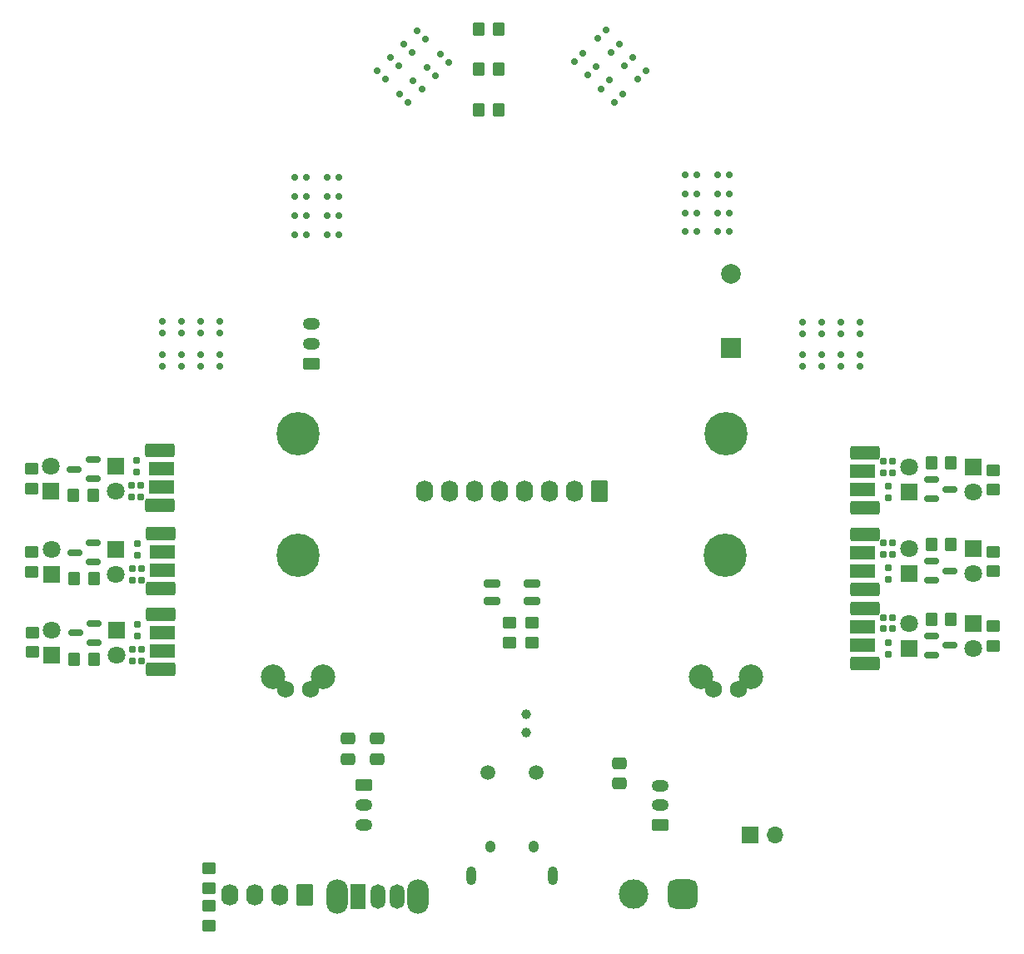
<source format=gbr>
%TF.GenerationSoftware,KiCad,Pcbnew,9.0.5*%
%TF.CreationDate,2025-10-14T23:48:04-03:00*%
%TF.ProjectId,RvMeg_V2,52764d65-675f-4563-922e-6b696361645f,V2.0*%
%TF.SameCoordinates,Original*%
%TF.FileFunction,Soldermask,Bot*%
%TF.FilePolarity,Negative*%
%FSLAX46Y46*%
G04 Gerber Fmt 4.6, Leading zero omitted, Abs format (unit mm)*
G04 Created by KiCad (PCBNEW 9.0.5) date 2025-10-14 23:48:04*
%MOMM*%
%LPD*%
G01*
G04 APERTURE LIST*
G04 Aperture macros list*
%AMRoundRect*
0 Rectangle with rounded corners*
0 $1 Rounding radius*
0 $2 $3 $4 $5 $6 $7 $8 $9 X,Y pos of 4 corners*
0 Add a 4 corners polygon primitive as box body*
4,1,4,$2,$3,$4,$5,$6,$7,$8,$9,$2,$3,0*
0 Add four circle primitives for the rounded corners*
1,1,$1+$1,$2,$3*
1,1,$1+$1,$4,$5*
1,1,$1+$1,$6,$7*
1,1,$1+$1,$8,$9*
0 Add four rect primitives between the rounded corners*
20,1,$1+$1,$2,$3,$4,$5,0*
20,1,$1+$1,$4,$5,$6,$7,0*
20,1,$1+$1,$6,$7,$8,$9,0*
20,1,$1+$1,$8,$9,$2,$3,0*%
G04 Aperture macros list end*
%ADD10RoundRect,0.250000X-0.450000X0.350000X-0.450000X-0.350000X0.450000X-0.350000X0.450000X0.350000X0*%
%ADD11RoundRect,0.250000X-0.350000X-0.450000X0.350000X-0.450000X0.350000X0.450000X-0.350000X0.450000X0*%
%ADD12RoundRect,0.155000X0.155000X-0.212500X0.155000X0.212500X-0.155000X0.212500X-0.155000X-0.212500X0*%
%ADD13RoundRect,0.160000X0.160000X-0.197500X0.160000X0.197500X-0.160000X0.197500X-0.160000X-0.197500X0*%
%ADD14RoundRect,0.150000X-0.587500X-0.150000X0.587500X-0.150000X0.587500X0.150000X-0.587500X0.150000X0*%
%ADD15C,0.500000*%
%ADD16RoundRect,0.233333X-1.266667X-0.466667X1.266667X-0.466667X1.266667X0.466667X-1.266667X0.466667X0*%
%ADD17RoundRect,0.233333X-1.066667X-0.466667X1.066667X-0.466667X1.066667X0.466667X-1.066667X0.466667X0*%
%ADD18R,1.800000X1.800000*%
%ADD19C,1.800000*%
%ADD20C,0.700000*%
%ADD21C,4.400000*%
%ADD22R,1.700000X1.700000*%
%ADD23O,1.700000X1.700000*%
%ADD24C,2.500000*%
%ADD25C,1.750000*%
%ADD26RoundRect,0.250000X0.625000X-0.350000X0.625000X0.350000X-0.625000X0.350000X-0.625000X-0.350000X0*%
%ADD27O,1.750000X1.200000*%
%ADD28RoundRect,0.750000X0.750000X0.750000X-0.750000X0.750000X-0.750000X-0.750000X0.750000X-0.750000X0*%
%ADD29C,3.000000*%
%ADD30RoundRect,0.233333X1.266667X0.466667X-1.266667X0.466667X-1.266667X-0.466667X1.266667X-0.466667X0*%
%ADD31RoundRect,0.233333X1.066667X0.466667X-1.066667X0.466667X-1.066667X-0.466667X1.066667X-0.466667X0*%
%ADD32R,2.000000X2.000000*%
%ADD33C,2.000000*%
%ADD34RoundRect,0.250000X0.620000X0.845000X-0.620000X0.845000X-0.620000X-0.845000X0.620000X-0.845000X0*%
%ADD35O,1.740000X2.190000*%
%ADD36O,1.000000X1.900000*%
%ADD37O,1.050000X1.250000*%
%ADD38RoundRect,0.250000X-0.625000X0.350000X-0.625000X-0.350000X0.625000X-0.350000X0.625000X0.350000X0*%
%ADD39C,1.500000*%
%ADD40C,1.000000*%
%ADD41RoundRect,0.155000X-0.155000X0.212500X-0.155000X-0.212500X0.155000X-0.212500X0.155000X0.212500X0*%
%ADD42RoundRect,0.250000X0.350000X0.450000X-0.350000X0.450000X-0.350000X-0.450000X0.350000X-0.450000X0*%
%ADD43RoundRect,0.250000X0.450000X-0.350000X0.450000X0.350000X-0.450000X0.350000X-0.450000X-0.350000X0*%
%ADD44RoundRect,0.160000X-0.160000X0.197500X-0.160000X-0.197500X0.160000X-0.197500X0.160000X0.197500X0*%
%ADD45RoundRect,0.250000X0.475000X-0.337500X0.475000X0.337500X-0.475000X0.337500X-0.475000X-0.337500X0*%
%ADD46RoundRect,0.150000X0.587500X0.150000X-0.587500X0.150000X-0.587500X-0.150000X0.587500X-0.150000X0*%
%ADD47RoundRect,0.197500X-0.632500X0.197500X-0.632500X-0.197500X0.632500X-0.197500X0.632500X0.197500X0*%
%ADD48O,2.200000X3.500000*%
%ADD49R,1.500000X2.500000*%
%ADD50O,1.500000X2.500000*%
G04 APERTURE END LIST*
D10*
%TO.C,R11*%
X117550000Y-139700000D03*
X117550000Y-141700000D03*
%TD*%
%TO.C,R2*%
X117550000Y-135900000D03*
X117550000Y-137900000D03*
%TD*%
D11*
%TO.C,RS10*%
X191049998Y-110574999D03*
X193049998Y-110574999D03*
%TD*%
D12*
%TO.C,CS8*%
X186175000Y-111542500D03*
X186175000Y-110407500D03*
%TD*%
D13*
%TO.C,RS12*%
X186650000Y-114122500D03*
X186650000Y-112927500D03*
%TD*%
D14*
%TO.C,MOSFET-N4*%
X191062500Y-114175000D03*
X191062500Y-112275000D03*
X192937501Y-113225000D03*
%TD*%
D10*
%TO.C,RS8*%
X197325000Y-111283438D03*
X197325000Y-113283438D03*
%TD*%
D12*
%TO.C,CS7*%
X187100000Y-111542499D03*
X187100000Y-110407499D03*
%TD*%
D15*
%TO.C,CONN_SEN_FRONT_I1*%
X185180000Y-109180000D03*
X183380000Y-109180000D03*
D16*
X184280000Y-109516000D03*
D15*
X185180000Y-109880000D03*
X183380001Y-109880000D03*
X183180000Y-111025332D03*
X184980000Y-111025333D03*
D17*
X184080000Y-111379000D03*
D15*
X184980000Y-111725332D03*
X183180000Y-111725332D03*
X184980000Y-112916999D03*
X183180000Y-112916999D03*
D17*
X184080000Y-113242000D03*
D15*
X184980000Y-113616999D03*
X183180000Y-113616999D03*
X185180000Y-114755000D03*
X183380000Y-114755000D03*
D16*
X184280000Y-115105000D03*
D15*
X185180000Y-115455000D03*
X183380000Y-115455000D03*
%TD*%
D18*
%TO.C,Q6*%
X188774999Y-113514999D03*
D19*
X188774999Y-110974999D03*
%TD*%
D18*
%TO.C,LED_IR4*%
X195319741Y-111008439D03*
D19*
X195319741Y-113548439D03*
%TD*%
D18*
%TO.C,LED_IR4*%
X195294741Y-103408439D03*
D19*
X195294741Y-105948439D03*
%TD*%
D20*
%TO.C,H2*%
X125000000Y-104075000D03*
X125483274Y-102908274D03*
X125483274Y-105241726D03*
X126650000Y-102425000D03*
D21*
X126650000Y-104075000D03*
D20*
X126650000Y-105725000D03*
X127816726Y-102908274D03*
X127816726Y-105241726D03*
X128300000Y-104075000D03*
%TD*%
D18*
%TO.C,Q6*%
X108150000Y-111675000D03*
D19*
X108150000Y-114215000D03*
%TD*%
D18*
%TO.C,LED_IR4*%
X101585180Y-105986482D03*
D19*
X101585180Y-103446482D03*
%TD*%
D22*
%TO.C,JP1*%
X172625000Y-132475000D03*
D23*
X175165000Y-132475000D03*
%TD*%
D18*
%TO.C,Q6*%
X188749999Y-105914999D03*
D19*
X188749999Y-103374999D03*
%TD*%
D20*
%TO.C,H4*%
X168450000Y-104075000D03*
X168933274Y-102908274D03*
X168933274Y-105241726D03*
X170100000Y-102425000D03*
D21*
X170100000Y-104075000D03*
D20*
X170100000Y-105725000D03*
X171266726Y-102908274D03*
X171266726Y-105241726D03*
X171750000Y-104075000D03*
%TD*%
D24*
%TO.C,J15*%
X129190000Y-116450000D03*
D25*
X127920000Y-117720000D03*
X125380000Y-117720000D03*
D24*
X124110000Y-116450000D03*
%TD*%
D26*
%TO.C,J11*%
X163500000Y-131475000D03*
D27*
X163500000Y-129475000D03*
X163500000Y-127475000D03*
%TD*%
D28*
%TO.C,J14*%
X165725000Y-138525000D03*
D29*
X160725000Y-138525000D03*
%TD*%
D20*
%TO.C,H3*%
X168475000Y-91675000D03*
X168958274Y-90508274D03*
X168958274Y-92841726D03*
X170125000Y-90025000D03*
D21*
X170125000Y-91675000D03*
D20*
X170125000Y-93325000D03*
X171291726Y-90508274D03*
X171291726Y-92841726D03*
X171775000Y-91675000D03*
%TD*%
D24*
%TO.C,J16*%
X172690000Y-116450000D03*
D25*
X171420000Y-117720000D03*
X168880000Y-117720000D03*
D24*
X167610000Y-116450000D03*
%TD*%
D15*
%TO.C,CONN_SEN_FRONT_I1*%
X111650000Y-99345333D03*
X113450000Y-99345333D03*
D30*
X112550000Y-99009333D03*
D15*
X111650000Y-98645333D03*
X113449999Y-98645333D03*
X113650000Y-97500001D03*
X111850000Y-97500000D03*
D31*
X112750000Y-97146333D03*
D15*
X111850000Y-96800001D03*
X113650000Y-96800001D03*
X111850000Y-95608334D03*
X113650000Y-95608334D03*
D31*
X112750000Y-95283333D03*
D15*
X111850000Y-94908334D03*
X113650000Y-94908334D03*
X111650000Y-93770333D03*
X113450000Y-93770333D03*
D30*
X112550000Y-93420333D03*
D15*
X111650000Y-93070333D03*
X113450000Y-93070333D03*
%TD*%
D32*
%TO.C,BZ1*%
X170700000Y-83000000D03*
D33*
X170700000Y-75400000D03*
%TD*%
D20*
%TO.C,J4*%
X127490000Y-65624996D03*
X126289999Y-65624998D03*
X130810000Y-65624999D03*
X129609999Y-65625000D03*
X126289999Y-67558328D03*
X127490000Y-67558330D03*
X130810000Y-67558331D03*
X129609999Y-67558331D03*
X127490000Y-69491663D03*
X126289999Y-69491663D03*
X130810000Y-69491664D03*
X129609998Y-69491664D03*
X129609999Y-71424998D03*
X127489999Y-71424998D03*
X126289998Y-71424998D03*
X130809999Y-71424999D03*
%TD*%
D34*
%TO.C,J12*%
X157290000Y-97496773D03*
D35*
X154750000Y-97496773D03*
X152210000Y-97496773D03*
X149670000Y-97496773D03*
X147130000Y-97496773D03*
X144590000Y-97496773D03*
X142050000Y-97496773D03*
X139510000Y-97496773D03*
%TD*%
D20*
%TO.C,J9*%
X169284999Y-71150003D03*
X170485000Y-71150001D03*
X165964999Y-71150000D03*
X167165000Y-71149999D03*
X170485000Y-69216671D03*
X169284999Y-69216669D03*
X165964999Y-69216668D03*
X167165000Y-69216668D03*
X169284999Y-67283336D03*
X170485000Y-67283336D03*
X165964999Y-67283335D03*
X167165001Y-67283335D03*
X167165000Y-65350001D03*
X169285000Y-65350001D03*
X170485001Y-65350001D03*
X165965000Y-65350000D03*
%TD*%
D18*
%TO.C,Q6*%
X108129922Y-103479922D03*
D19*
X108129922Y-106019922D03*
%TD*%
D18*
%TO.C,Q6*%
X188770077Y-97620077D03*
D19*
X188770077Y-95080077D03*
%TD*%
D36*
%TO.C,J1*%
X144220000Y-136675000D03*
D37*
X146170000Y-133675000D03*
X150620000Y-133675000D03*
D36*
X152570000Y-136675000D03*
%TD*%
D20*
%TO.C,J6*%
X139595013Y-51555920D03*
X138746483Y-50707393D03*
X141942606Y-53903517D03*
X141094076Y-53054989D03*
X137379412Y-52074464D03*
X138227940Y-52922994D03*
X140575534Y-55270589D03*
X139727005Y-54422060D03*
X136860867Y-54290067D03*
X136012338Y-53441538D03*
X139208461Y-56637662D03*
X138359931Y-55789132D03*
X136992858Y-57156207D03*
X135493792Y-55657140D03*
X134645263Y-54808612D03*
X137841386Y-58004736D03*
%TD*%
D38*
%TO.C,J10*%
X133300000Y-127450000D03*
D27*
X133300000Y-129450000D03*
X133300000Y-131450000D03*
%TD*%
D18*
%TO.C,LED_IR4*%
X101605258Y-114181560D03*
D19*
X101605258Y-111641560D03*
%TD*%
D20*
%TO.C,H1*%
X124975000Y-91700000D03*
X125458274Y-90533274D03*
X125458274Y-92866726D03*
X126625000Y-90050000D03*
D21*
X126625000Y-91700000D03*
D20*
X126625000Y-93350000D03*
X127791726Y-90533274D03*
X127791726Y-92866726D03*
X128275000Y-91700000D03*
%TD*%
D18*
%TO.C,Q6*%
X108055001Y-95010334D03*
D19*
X108055001Y-97550334D03*
%TD*%
D20*
%TO.C,J8*%
X183750003Y-81515002D03*
X183750001Y-80315001D03*
X183750000Y-84835002D03*
X183749999Y-83635001D03*
X181816671Y-80315001D03*
X181816669Y-81515002D03*
X181816668Y-84835002D03*
X181816668Y-83635001D03*
X179883336Y-81515002D03*
X179883336Y-80315001D03*
X179883335Y-84835002D03*
X179883335Y-83635000D03*
X177950001Y-83635001D03*
X177950001Y-81515001D03*
X177950001Y-80315000D03*
X177950000Y-84835001D03*
%TD*%
D26*
%TO.C,J13*%
X127999998Y-84549998D03*
D27*
X127999998Y-82549998D03*
X127999998Y-80549998D03*
%TD*%
D15*
%TO.C,CONN_SEN_FRONT_I1*%
X185155000Y-101580000D03*
X183355000Y-101580000D03*
D16*
X184255000Y-101916000D03*
D15*
X185155000Y-102280000D03*
X183355001Y-102280000D03*
X183155000Y-103425332D03*
X184955000Y-103425333D03*
D17*
X184055000Y-103779000D03*
D15*
X184955000Y-104125332D03*
X183155000Y-104125332D03*
X184955000Y-105316999D03*
X183155000Y-105316999D03*
D17*
X184055000Y-105642000D03*
D15*
X184955000Y-106016999D03*
X183155000Y-106016999D03*
X185155000Y-107155000D03*
X183355000Y-107155000D03*
D16*
X184255000Y-107505000D03*
D15*
X185155000Y-107855000D03*
X183355000Y-107855000D03*
%TD*%
%TO.C,CONN_SEN_FRONT_I1*%
X111724921Y-107814921D03*
X113524921Y-107814921D03*
D30*
X112624921Y-107478921D03*
D15*
X111724921Y-107114921D03*
X113524920Y-107114921D03*
X113724921Y-105969589D03*
X111924921Y-105969588D03*
D31*
X112824921Y-105615921D03*
D15*
X111924921Y-105269589D03*
X113724921Y-105269589D03*
X111924921Y-104077922D03*
X113724921Y-104077922D03*
D31*
X112824921Y-103752921D03*
D15*
X111924921Y-103377922D03*
X113724921Y-103377922D03*
X111724921Y-102239921D03*
X113524921Y-102239921D03*
D30*
X112624921Y-101889921D03*
D15*
X111724921Y-101539921D03*
X113524921Y-101539921D03*
%TD*%
D18*
%TO.C,LED_IR4*%
X101510259Y-97516894D03*
D19*
X101510259Y-94976894D03*
%TD*%
D15*
%TO.C,CONN_SEN_FRONT_I1*%
X111744999Y-116009999D03*
X113544999Y-116009999D03*
D30*
X112644999Y-115673999D03*
D15*
X111744999Y-115309999D03*
X113544998Y-115309999D03*
X113744999Y-114164667D03*
X111944999Y-114164666D03*
D31*
X112844999Y-113810999D03*
D15*
X111944999Y-113464667D03*
X113744999Y-113464667D03*
X111944999Y-112273000D03*
X113744999Y-112273000D03*
D31*
X112844999Y-111947999D03*
D15*
X111944999Y-111573000D03*
X113744999Y-111573000D03*
X111744999Y-110434999D03*
X113544999Y-110434999D03*
D30*
X112644999Y-110084999D03*
D15*
X111744999Y-109734999D03*
X113544999Y-109734999D03*
%TD*%
%TO.C,CONN_SEN_FRONT_I1*%
X185175078Y-93285078D03*
X183375078Y-93285078D03*
D16*
X184275078Y-93621078D03*
D15*
X185175078Y-93985078D03*
X183375079Y-93985078D03*
X183175078Y-95130410D03*
X184975078Y-95130411D03*
D17*
X184075078Y-95484078D03*
D15*
X184975078Y-95830410D03*
X183175078Y-95830410D03*
X184975078Y-97022077D03*
X183175078Y-97022077D03*
D17*
X184075078Y-97347078D03*
D15*
X184975078Y-97722077D03*
X183175078Y-97722077D03*
X185175078Y-98860078D03*
X183375078Y-98860078D03*
D16*
X184275078Y-99210078D03*
D15*
X185175078Y-99560078D03*
X183375078Y-99560078D03*
%TD*%
D20*
%TO.C,J7*%
X161194001Y-55621785D03*
X162042528Y-54773255D03*
X158846404Y-57969378D03*
X159694932Y-57120848D03*
X160675457Y-53406184D03*
X159826927Y-54254712D03*
X157479332Y-56602306D03*
X158327861Y-55753777D03*
X158459854Y-52887639D03*
X159308383Y-52039110D03*
X156112259Y-55235233D03*
X156960789Y-54386703D03*
X155593714Y-53019630D03*
X157092781Y-51520564D03*
X157941309Y-50672035D03*
X154745185Y-53868158D03*
%TD*%
D39*
%TO.C,Y1*%
X145945000Y-126125000D03*
X150825000Y-126125000D03*
%TD*%
D34*
%TO.C,J3*%
X127290000Y-138600000D03*
D35*
X124750000Y-138600000D03*
X122210000Y-138600000D03*
X119670000Y-138600000D03*
%TD*%
D18*
%TO.C,LED_IR4*%
X195314819Y-95113517D03*
D19*
X195314819Y-97653517D03*
%TD*%
D40*
%TO.C,Y2*%
X149800000Y-120200000D03*
X149800000Y-122100000D03*
%TD*%
D20*
%TO.C,J5*%
X118675004Y-81490000D03*
X118675002Y-80289999D03*
X118675001Y-84810000D03*
X118675000Y-83609999D03*
X116741672Y-80289999D03*
X116741670Y-81490000D03*
X116741669Y-84810000D03*
X116741669Y-83609999D03*
X114808337Y-81490000D03*
X114808337Y-80289999D03*
X114808336Y-84810000D03*
X114808336Y-83609998D03*
X112875002Y-83609999D03*
X112875002Y-81489999D03*
X112875002Y-80289998D03*
X112875001Y-84809999D03*
%TD*%
D41*
%TO.C,CS8*%
X110749999Y-113647499D03*
X110749999Y-114782499D03*
%TD*%
D12*
%TO.C,CS7*%
X187075000Y-103942499D03*
X187075000Y-102807499D03*
%TD*%
%TO.C,CS8*%
X186170078Y-95647578D03*
X186170078Y-94512578D03*
%TD*%
D41*
%TO.C,CS7*%
X109824999Y-113647500D03*
X109824999Y-114782500D03*
%TD*%
D42*
%TO.C,RS10*%
X105854923Y-106419922D03*
X103854923Y-106419922D03*
%TD*%
D43*
%TO.C,RS8*%
X99505000Y-97241895D03*
X99505000Y-95241895D03*
%TD*%
D41*
%TO.C,CS7*%
X109730000Y-96982834D03*
X109730000Y-98117834D03*
%TD*%
D14*
%TO.C,MOSFET-N4*%
X191057578Y-98280078D03*
X191057578Y-96380078D03*
X192932579Y-97330078D03*
%TD*%
D44*
%TO.C,RS12*%
X110254921Y-102872421D03*
X110254921Y-104067421D03*
%TD*%
D43*
%TO.C,R25*%
X148125000Y-112925000D03*
X148125000Y-110925000D03*
%TD*%
D11*
%TO.C,RS10*%
X191045076Y-94680077D03*
X193045076Y-94680077D03*
%TD*%
D42*
%TO.C,RS10*%
X105875001Y-114615000D03*
X103875001Y-114615000D03*
%TD*%
D43*
%TO.C,RS8*%
X99579921Y-105711483D03*
X99579921Y-103711483D03*
%TD*%
D45*
%TO.C,C25*%
X159350000Y-127287500D03*
X159350000Y-125212500D03*
%TD*%
D11*
%TO.C,R12*%
X145000000Y-58750000D03*
X147000000Y-58750000D03*
%TD*%
D41*
%TO.C,CS8*%
X110655000Y-96982833D03*
X110655000Y-98117833D03*
%TD*%
D45*
%TO.C,C19*%
X134650000Y-124787500D03*
X134650000Y-122712500D03*
%TD*%
D46*
%TO.C,MOSFET-N4*%
X105862499Y-111014999D03*
X105862499Y-112914999D03*
X103987498Y-111964999D03*
%TD*%
D45*
%TO.C,C18*%
X131700000Y-124787500D03*
X131700000Y-122712500D03*
%TD*%
D14*
%TO.C,MOSFET-N4*%
X191037500Y-106575000D03*
X191037500Y-104675000D03*
X192912501Y-105625000D03*
%TD*%
D13*
%TO.C,RS12*%
X186645078Y-98227578D03*
X186645078Y-97032578D03*
%TD*%
D11*
%TO.C,R13*%
X145000000Y-54650000D03*
X147000000Y-54650000D03*
%TD*%
D46*
%TO.C,MOSFET-N4*%
X105842421Y-102819921D03*
X105842421Y-104719921D03*
X103967420Y-103769921D03*
%TD*%
D42*
%TO.C,RS10*%
X105780002Y-97950334D03*
X103780002Y-97950334D03*
%TD*%
D44*
%TO.C,RS12*%
X110180000Y-94402833D03*
X110180000Y-95597833D03*
%TD*%
D43*
%TO.C,RS8*%
X99599999Y-113906561D03*
X99599999Y-111906561D03*
%TD*%
D46*
%TO.C,MOSFET-N4*%
X105767500Y-94350333D03*
X105767500Y-96250333D03*
X103892499Y-95300333D03*
%TD*%
D10*
%TO.C,RS8*%
X197320078Y-95388516D03*
X197320078Y-97388516D03*
%TD*%
D41*
%TO.C,CS7*%
X109804921Y-105452422D03*
X109804921Y-106587422D03*
%TD*%
D13*
%TO.C,RS12*%
X186625000Y-106522500D03*
X186625000Y-105327500D03*
%TD*%
D41*
%TO.C,CS8*%
X110729921Y-105452421D03*
X110729921Y-106587421D03*
%TD*%
D11*
%TO.C,R14*%
X145000000Y-50550000D03*
X147000000Y-50550000D03*
%TD*%
D10*
%TO.C,RS8*%
X197300000Y-103683438D03*
X197300000Y-105683438D03*
%TD*%
D47*
%TO.C,U6*%
X146400000Y-106937500D03*
X150400000Y-106937500D03*
X150400000Y-108737500D03*
X146400000Y-108737500D03*
%TD*%
D10*
%TO.C,R26*%
X150400000Y-110925000D03*
X150400000Y-112925000D03*
%TD*%
D12*
%TO.C,CS7*%
X187095078Y-95647577D03*
X187095078Y-94512577D03*
%TD*%
D44*
%TO.C,RS12*%
X110274999Y-111067499D03*
X110274999Y-112262499D03*
%TD*%
D11*
%TO.C,RS10*%
X191024998Y-102974999D03*
X193024998Y-102974999D03*
%TD*%
D12*
%TO.C,CS8*%
X186150000Y-103942500D03*
X186150000Y-102807500D03*
%TD*%
D48*
%TO.C,POWER*%
X130650000Y-138750000D03*
X138850000Y-138750000D03*
D49*
X132750000Y-138750000D03*
D50*
X134750000Y-138750000D03*
X136750000Y-138750000D03*
%TD*%
M02*

</source>
